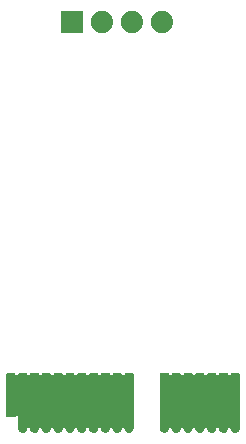
<source format=gbs>
G04 #@! TF.GenerationSoftware,KiCad,Pcbnew,(5.1.0-1558-g0ba0c1724)*
G04 #@! TF.CreationDate,2019-10-01T21:27:49-07:00*
G04 #@! TF.ProjectId,TMC2660_Driver,544d4332-3636-4305-9f44-72697665722e,rev?*
G04 #@! TF.SameCoordinates,Original*
G04 #@! TF.FileFunction,Soldermask,Bot*
G04 #@! TF.FilePolarity,Negative*
%FSLAX46Y46*%
G04 Gerber Fmt 4.6, Leading zero omitted, Abs format (unit mm)*
G04 Created by KiCad (PCBNEW (5.1.0-1558-g0ba0c1724)) date 2019-10-01 21:27:49*
%MOMM*%
%LPD*%
G04 APERTURE LIST*
%ADD10C,0.100000*%
G04 APERTURE END LIST*
D10*
G36*
X117997699Y-108337159D02*
G01*
X118014569Y-108348431D01*
X118025841Y-108365301D01*
X118030203Y-108387231D01*
X118062849Y-108449641D01*
X118124055Y-108484493D01*
X118194386Y-108480722D01*
X118251514Y-108439527D01*
X118275397Y-108387231D01*
X118279759Y-108365301D01*
X118291031Y-108348431D01*
X118307901Y-108337159D01*
X118340112Y-108330752D01*
X118965488Y-108330752D01*
X118997699Y-108337159D01*
X119014569Y-108348431D01*
X119025841Y-108365301D01*
X119030203Y-108387231D01*
X119062849Y-108449641D01*
X119124055Y-108484493D01*
X119194386Y-108480722D01*
X119251514Y-108439527D01*
X119275397Y-108387231D01*
X119279759Y-108365301D01*
X119291031Y-108348431D01*
X119307901Y-108337159D01*
X119340112Y-108330752D01*
X119965488Y-108330752D01*
X119997699Y-108337159D01*
X120014569Y-108348431D01*
X120025841Y-108365301D01*
X120030203Y-108387231D01*
X120062849Y-108449641D01*
X120124055Y-108484493D01*
X120194386Y-108480722D01*
X120251514Y-108439527D01*
X120275397Y-108387231D01*
X120279759Y-108365301D01*
X120291031Y-108348431D01*
X120307901Y-108337159D01*
X120340112Y-108330752D01*
X120965488Y-108330752D01*
X120997699Y-108337159D01*
X121014569Y-108348431D01*
X121025841Y-108365301D01*
X121030203Y-108387231D01*
X121062849Y-108449641D01*
X121124055Y-108484493D01*
X121194386Y-108480722D01*
X121251514Y-108439527D01*
X121275397Y-108387231D01*
X121279759Y-108365301D01*
X121291031Y-108348431D01*
X121307901Y-108337159D01*
X121340112Y-108330752D01*
X121965488Y-108330752D01*
X121997699Y-108337159D01*
X122014569Y-108348431D01*
X122025841Y-108365301D01*
X122030203Y-108387231D01*
X122062849Y-108449641D01*
X122124055Y-108484493D01*
X122194386Y-108480722D01*
X122251514Y-108439527D01*
X122275397Y-108387231D01*
X122279759Y-108365301D01*
X122291031Y-108348431D01*
X122307901Y-108337159D01*
X122340112Y-108330752D01*
X122965488Y-108330752D01*
X122997699Y-108337159D01*
X123014569Y-108348431D01*
X123025841Y-108365301D01*
X123030203Y-108387231D01*
X123062849Y-108449641D01*
X123124055Y-108484493D01*
X123194386Y-108480722D01*
X123251514Y-108439527D01*
X123275397Y-108387231D01*
X123279759Y-108365301D01*
X123291031Y-108348431D01*
X123307901Y-108337159D01*
X123340112Y-108330752D01*
X123965488Y-108330752D01*
X123997699Y-108337159D01*
X124014569Y-108348431D01*
X124025841Y-108365301D01*
X124030203Y-108387231D01*
X124062849Y-108449641D01*
X124124055Y-108484493D01*
X124194386Y-108480722D01*
X124251514Y-108439527D01*
X124275397Y-108387231D01*
X124279759Y-108365301D01*
X124291031Y-108348431D01*
X124307901Y-108337159D01*
X124340112Y-108330752D01*
X124965488Y-108330752D01*
X124997699Y-108337159D01*
X125014569Y-108348431D01*
X125025841Y-108365301D01*
X125030203Y-108387231D01*
X125062849Y-108449641D01*
X125124055Y-108484493D01*
X125194386Y-108480722D01*
X125251514Y-108439527D01*
X125275397Y-108387231D01*
X125279759Y-108365301D01*
X125291031Y-108348431D01*
X125307901Y-108337159D01*
X125340112Y-108330752D01*
X125965488Y-108330752D01*
X125997699Y-108337159D01*
X126014569Y-108348431D01*
X126025841Y-108365301D01*
X126030203Y-108387231D01*
X126062849Y-108449641D01*
X126124055Y-108484493D01*
X126194386Y-108480722D01*
X126251514Y-108439527D01*
X126275397Y-108387231D01*
X126279759Y-108365301D01*
X126291031Y-108348431D01*
X126307901Y-108337159D01*
X126340112Y-108330752D01*
X126965488Y-108330752D01*
X126997699Y-108337159D01*
X127014569Y-108348431D01*
X127025841Y-108365301D01*
X127030203Y-108387231D01*
X127062849Y-108449641D01*
X127124055Y-108484493D01*
X127194386Y-108480722D01*
X127251514Y-108439527D01*
X127275397Y-108387231D01*
X127279759Y-108365301D01*
X127291031Y-108348431D01*
X127307901Y-108337159D01*
X127340112Y-108330752D01*
X127965488Y-108330752D01*
X127997699Y-108337159D01*
X128014569Y-108348431D01*
X128025841Y-108365301D01*
X128032248Y-108397512D01*
X128032248Y-112952972D01*
X128032824Y-112955291D01*
X128032248Y-112961942D01*
X128032248Y-112972889D01*
X128031143Y-112978443D01*
X128028948Y-113000039D01*
X128028740Y-113002449D01*
X128028502Y-113041352D01*
X128024094Y-113056093D01*
X128022023Y-113080000D01*
X128006325Y-113115508D01*
X127997643Y-113144540D01*
X127984582Y-113164691D01*
X127971409Y-113194487D01*
X127950859Y-113216718D01*
X127939062Y-113234918D01*
X127914358Y-113256204D01*
X127886440Y-113286406D01*
X127867359Y-113296702D01*
X127857466Y-113305226D01*
X127819935Y-113322290D01*
X127776277Y-113345847D01*
X127763417Y-113347988D01*
X127759415Y-113349807D01*
X127709755Y-113356919D01*
X127684036Y-113361200D01*
X127627622Y-113361200D01*
X127541382Y-113348312D01*
X127491931Y-113325095D01*
X127469156Y-113319247D01*
X127453958Y-113307266D01*
X127444239Y-113302703D01*
X127411565Y-113273846D01*
X127370853Y-113241752D01*
X127365052Y-113232768D01*
X127363509Y-113231405D01*
X127335123Y-113186415D01*
X127302953Y-113136592D01*
X127289536Y-113082580D01*
X127273420Y-113026190D01*
X127235770Y-112966665D01*
X127171915Y-112936944D01*
X127102129Y-112946464D01*
X127048568Y-112992202D01*
X127033475Y-113024724D01*
X127024093Y-113056094D01*
X127022023Y-113080000D01*
X127006326Y-113115507D01*
X126997643Y-113144540D01*
X126984582Y-113164691D01*
X126971409Y-113194487D01*
X126950859Y-113216718D01*
X126939062Y-113234918D01*
X126914358Y-113256204D01*
X126886440Y-113286406D01*
X126867359Y-113296702D01*
X126857466Y-113305226D01*
X126819935Y-113322290D01*
X126776277Y-113345847D01*
X126763417Y-113347988D01*
X126759415Y-113349807D01*
X126709755Y-113356919D01*
X126684036Y-113361200D01*
X126627622Y-113361200D01*
X126541382Y-113348312D01*
X126491931Y-113325095D01*
X126469156Y-113319247D01*
X126453958Y-113307266D01*
X126444239Y-113302703D01*
X126411565Y-113273846D01*
X126370853Y-113241752D01*
X126365052Y-113232768D01*
X126363509Y-113231405D01*
X126335123Y-113186415D01*
X126302953Y-113136592D01*
X126289536Y-113082580D01*
X126273420Y-113026190D01*
X126235770Y-112966665D01*
X126171915Y-112936944D01*
X126102129Y-112946464D01*
X126048568Y-112992202D01*
X126033475Y-113024724D01*
X126024093Y-113056094D01*
X126022023Y-113080000D01*
X126006326Y-113115507D01*
X125997643Y-113144540D01*
X125984582Y-113164691D01*
X125971409Y-113194487D01*
X125950859Y-113216718D01*
X125939062Y-113234918D01*
X125914358Y-113256204D01*
X125886440Y-113286406D01*
X125867359Y-113296702D01*
X125857466Y-113305226D01*
X125819935Y-113322290D01*
X125776277Y-113345847D01*
X125763417Y-113347988D01*
X125759415Y-113349807D01*
X125709755Y-113356919D01*
X125684036Y-113361200D01*
X125627622Y-113361200D01*
X125541382Y-113348312D01*
X125491931Y-113325095D01*
X125469156Y-113319247D01*
X125453958Y-113307266D01*
X125444239Y-113302703D01*
X125411565Y-113273846D01*
X125370853Y-113241752D01*
X125365052Y-113232768D01*
X125363509Y-113231405D01*
X125335123Y-113186415D01*
X125302953Y-113136592D01*
X125289536Y-113082580D01*
X125273420Y-113026190D01*
X125235770Y-112966665D01*
X125171915Y-112936944D01*
X125102129Y-112946464D01*
X125048568Y-112992202D01*
X125033475Y-113024724D01*
X125024093Y-113056094D01*
X125022023Y-113080000D01*
X125006326Y-113115507D01*
X124997643Y-113144540D01*
X124984582Y-113164691D01*
X124971409Y-113194487D01*
X124950859Y-113216718D01*
X124939062Y-113234918D01*
X124914358Y-113256204D01*
X124886440Y-113286406D01*
X124867359Y-113296702D01*
X124857466Y-113305226D01*
X124819935Y-113322290D01*
X124776277Y-113345847D01*
X124763417Y-113347988D01*
X124759415Y-113349807D01*
X124709755Y-113356919D01*
X124684036Y-113361200D01*
X124627622Y-113361200D01*
X124541382Y-113348312D01*
X124491931Y-113325095D01*
X124469156Y-113319247D01*
X124453958Y-113307266D01*
X124444239Y-113302703D01*
X124411565Y-113273846D01*
X124370853Y-113241752D01*
X124365052Y-113232768D01*
X124363509Y-113231405D01*
X124335123Y-113186415D01*
X124302953Y-113136592D01*
X124289536Y-113082580D01*
X124273420Y-113026190D01*
X124235770Y-112966665D01*
X124171915Y-112936944D01*
X124102129Y-112946464D01*
X124048568Y-112992202D01*
X124033475Y-113024724D01*
X124024093Y-113056094D01*
X124022023Y-113080000D01*
X124006326Y-113115507D01*
X123997643Y-113144540D01*
X123984582Y-113164691D01*
X123971409Y-113194487D01*
X123950859Y-113216718D01*
X123939062Y-113234918D01*
X123914358Y-113256204D01*
X123886440Y-113286406D01*
X123867359Y-113296702D01*
X123857466Y-113305226D01*
X123819935Y-113322290D01*
X123776277Y-113345847D01*
X123763417Y-113347988D01*
X123759415Y-113349807D01*
X123709755Y-113356919D01*
X123684036Y-113361200D01*
X123627622Y-113361200D01*
X123541382Y-113348312D01*
X123491931Y-113325095D01*
X123469156Y-113319247D01*
X123453958Y-113307266D01*
X123444239Y-113302703D01*
X123411565Y-113273846D01*
X123370853Y-113241752D01*
X123365052Y-113232768D01*
X123363509Y-113231405D01*
X123335123Y-113186415D01*
X123302953Y-113136592D01*
X123289536Y-113082580D01*
X123273420Y-113026190D01*
X123235770Y-112966665D01*
X123171915Y-112936944D01*
X123102129Y-112946464D01*
X123048568Y-112992202D01*
X123033475Y-113024724D01*
X123024093Y-113056094D01*
X123022023Y-113080000D01*
X123006326Y-113115507D01*
X122997643Y-113144540D01*
X122984582Y-113164691D01*
X122971409Y-113194487D01*
X122950859Y-113216718D01*
X122939062Y-113234918D01*
X122914358Y-113256204D01*
X122886440Y-113286406D01*
X122867359Y-113296702D01*
X122857466Y-113305226D01*
X122819935Y-113322290D01*
X122776277Y-113345847D01*
X122763417Y-113347988D01*
X122759415Y-113349807D01*
X122709755Y-113356919D01*
X122684036Y-113361200D01*
X122627622Y-113361200D01*
X122541382Y-113348312D01*
X122491931Y-113325095D01*
X122469156Y-113319247D01*
X122453958Y-113307266D01*
X122444239Y-113302703D01*
X122411565Y-113273846D01*
X122370853Y-113241752D01*
X122365052Y-113232768D01*
X122363509Y-113231405D01*
X122335123Y-113186415D01*
X122302953Y-113136592D01*
X122289536Y-113082580D01*
X122273420Y-113026190D01*
X122235770Y-112966665D01*
X122171915Y-112936944D01*
X122102129Y-112946464D01*
X122048568Y-112992202D01*
X122033475Y-113024724D01*
X122024093Y-113056094D01*
X122022023Y-113080000D01*
X122006326Y-113115507D01*
X121997643Y-113144540D01*
X121984582Y-113164691D01*
X121971409Y-113194487D01*
X121950859Y-113216718D01*
X121939062Y-113234918D01*
X121914358Y-113256204D01*
X121886440Y-113286406D01*
X121867359Y-113296702D01*
X121857466Y-113305226D01*
X121819935Y-113322290D01*
X121776277Y-113345847D01*
X121763417Y-113347988D01*
X121759415Y-113349807D01*
X121709755Y-113356919D01*
X121684036Y-113361200D01*
X121627622Y-113361200D01*
X121541382Y-113348312D01*
X121491931Y-113325095D01*
X121469156Y-113319247D01*
X121453958Y-113307266D01*
X121444239Y-113302703D01*
X121411565Y-113273846D01*
X121370853Y-113241752D01*
X121365052Y-113232768D01*
X121363509Y-113231405D01*
X121335123Y-113186415D01*
X121302953Y-113136592D01*
X121289536Y-113082580D01*
X121273420Y-113026190D01*
X121235770Y-112966665D01*
X121171915Y-112936944D01*
X121102129Y-112946464D01*
X121048568Y-112992202D01*
X121033475Y-113024724D01*
X121024093Y-113056094D01*
X121022023Y-113080000D01*
X121006326Y-113115507D01*
X120997643Y-113144540D01*
X120984582Y-113164691D01*
X120971409Y-113194487D01*
X120950859Y-113216718D01*
X120939062Y-113234918D01*
X120914358Y-113256204D01*
X120886440Y-113286406D01*
X120867359Y-113296702D01*
X120857466Y-113305226D01*
X120819935Y-113322290D01*
X120776277Y-113345847D01*
X120763417Y-113347988D01*
X120759415Y-113349807D01*
X120709755Y-113356919D01*
X120684036Y-113361200D01*
X120627622Y-113361200D01*
X120541382Y-113348312D01*
X120491931Y-113325095D01*
X120469156Y-113319247D01*
X120453958Y-113307266D01*
X120444239Y-113302703D01*
X120411565Y-113273846D01*
X120370853Y-113241752D01*
X120365052Y-113232768D01*
X120363509Y-113231405D01*
X120335123Y-113186415D01*
X120302953Y-113136592D01*
X120289536Y-113082580D01*
X120273420Y-113026190D01*
X120235770Y-112966665D01*
X120171915Y-112936944D01*
X120102129Y-112946464D01*
X120048568Y-112992202D01*
X120033475Y-113024724D01*
X120024093Y-113056094D01*
X120022023Y-113080000D01*
X120006326Y-113115507D01*
X119997643Y-113144540D01*
X119984582Y-113164691D01*
X119971409Y-113194487D01*
X119950859Y-113216718D01*
X119939062Y-113234918D01*
X119914358Y-113256204D01*
X119886440Y-113286406D01*
X119867359Y-113296702D01*
X119857466Y-113305226D01*
X119819935Y-113322290D01*
X119776277Y-113345847D01*
X119763417Y-113347988D01*
X119759415Y-113349807D01*
X119709755Y-113356919D01*
X119684036Y-113361200D01*
X119627622Y-113361200D01*
X119541382Y-113348312D01*
X119491931Y-113325095D01*
X119469156Y-113319247D01*
X119453958Y-113307266D01*
X119444239Y-113302703D01*
X119411565Y-113273846D01*
X119370853Y-113241752D01*
X119365052Y-113232768D01*
X119363509Y-113231405D01*
X119335123Y-113186415D01*
X119302953Y-113136592D01*
X119289536Y-113082580D01*
X119273420Y-113026190D01*
X119235770Y-112966665D01*
X119171915Y-112936944D01*
X119102129Y-112946464D01*
X119048568Y-112992202D01*
X119033475Y-113024724D01*
X119024093Y-113056094D01*
X119022023Y-113080000D01*
X119006326Y-113115507D01*
X118997643Y-113144540D01*
X118984582Y-113164691D01*
X118971409Y-113194487D01*
X118950859Y-113216718D01*
X118939062Y-113234918D01*
X118914358Y-113256204D01*
X118886440Y-113286406D01*
X118867359Y-113296702D01*
X118857466Y-113305226D01*
X118819935Y-113322290D01*
X118776277Y-113345847D01*
X118763417Y-113347988D01*
X118759415Y-113349807D01*
X118709755Y-113356919D01*
X118684036Y-113361200D01*
X118627622Y-113361200D01*
X118541382Y-113348312D01*
X118491931Y-113325095D01*
X118469156Y-113319247D01*
X118453958Y-113307266D01*
X118444239Y-113302703D01*
X118411565Y-113273846D01*
X118370853Y-113241752D01*
X118365052Y-113232768D01*
X118363509Y-113231405D01*
X118335131Y-113186428D01*
X118302953Y-113136592D01*
X118289535Y-113082574D01*
X118276439Y-113036754D01*
X118276480Y-113030021D01*
X118272776Y-113015109D01*
X118275189Y-112987250D01*
X118274249Y-112977398D01*
X118273352Y-112972888D01*
X118273352Y-112029912D01*
X118253509Y-111962332D01*
X118200279Y-111916209D01*
X118130564Y-111906185D01*
X118066496Y-111935444D01*
X118027093Y-112003225D01*
X118025841Y-112005099D01*
X118014569Y-112021969D01*
X117997699Y-112033241D01*
X117977800Y-112037199D01*
X117965488Y-112039648D01*
X117340112Y-112039648D01*
X117307901Y-112033241D01*
X117291031Y-112021969D01*
X117279759Y-112005099D01*
X117273352Y-111972888D01*
X117273352Y-108397512D01*
X117279759Y-108365301D01*
X117291031Y-108348431D01*
X117307901Y-108337159D01*
X117340112Y-108330752D01*
X117965488Y-108330752D01*
X117997699Y-108337159D01*
X117997699Y-108337159D01*
G37*
G36*
X130997699Y-108337159D02*
G01*
X131014569Y-108348431D01*
X131025841Y-108365301D01*
X131030203Y-108387231D01*
X131062849Y-108449641D01*
X131124055Y-108484493D01*
X131194386Y-108480722D01*
X131251514Y-108439527D01*
X131275397Y-108387231D01*
X131279759Y-108365301D01*
X131291031Y-108348431D01*
X131307901Y-108337159D01*
X131340112Y-108330752D01*
X131965488Y-108330752D01*
X131997699Y-108337159D01*
X132014569Y-108348431D01*
X132025841Y-108365301D01*
X132030203Y-108387231D01*
X132062849Y-108449641D01*
X132124055Y-108484493D01*
X132194386Y-108480722D01*
X132251514Y-108439527D01*
X132275397Y-108387231D01*
X132279759Y-108365301D01*
X132291031Y-108348431D01*
X132307901Y-108337159D01*
X132340112Y-108330752D01*
X132965488Y-108330752D01*
X132997699Y-108337159D01*
X133014569Y-108348431D01*
X133025841Y-108365301D01*
X133030203Y-108387231D01*
X133062849Y-108449641D01*
X133124055Y-108484493D01*
X133194386Y-108480722D01*
X133251514Y-108439527D01*
X133275397Y-108387231D01*
X133279759Y-108365301D01*
X133291031Y-108348431D01*
X133307901Y-108337159D01*
X133340112Y-108330752D01*
X133965488Y-108330752D01*
X133997699Y-108337159D01*
X134014569Y-108348431D01*
X134025841Y-108365301D01*
X134030203Y-108387231D01*
X134062849Y-108449641D01*
X134124055Y-108484493D01*
X134194386Y-108480722D01*
X134251514Y-108439527D01*
X134275397Y-108387231D01*
X134279759Y-108365301D01*
X134291031Y-108348431D01*
X134307901Y-108337159D01*
X134340112Y-108330752D01*
X134965488Y-108330752D01*
X134997699Y-108337159D01*
X135014569Y-108348431D01*
X135025841Y-108365301D01*
X135030203Y-108387231D01*
X135062849Y-108449641D01*
X135124055Y-108484493D01*
X135194386Y-108480722D01*
X135251514Y-108439527D01*
X135275397Y-108387231D01*
X135279759Y-108365301D01*
X135291031Y-108348431D01*
X135307901Y-108337159D01*
X135340112Y-108330752D01*
X135965488Y-108330752D01*
X135997699Y-108337159D01*
X136014569Y-108348431D01*
X136025841Y-108365301D01*
X136030203Y-108387231D01*
X136062849Y-108449641D01*
X136124055Y-108484493D01*
X136194386Y-108480722D01*
X136251514Y-108439527D01*
X136275397Y-108387231D01*
X136279759Y-108365301D01*
X136291031Y-108348431D01*
X136307901Y-108337159D01*
X136340112Y-108330752D01*
X136965488Y-108330752D01*
X136997699Y-108337159D01*
X137014569Y-108348431D01*
X137025841Y-108365301D01*
X137032248Y-108397512D01*
X137032248Y-112952972D01*
X137032824Y-112955291D01*
X137032248Y-112961942D01*
X137032248Y-112972889D01*
X137031143Y-112978443D01*
X137028948Y-113000039D01*
X137028740Y-113002449D01*
X137028502Y-113041352D01*
X137024094Y-113056093D01*
X137022023Y-113080000D01*
X137006325Y-113115508D01*
X136997643Y-113144540D01*
X136984582Y-113164691D01*
X136971409Y-113194487D01*
X136950859Y-113216718D01*
X136939062Y-113234918D01*
X136914358Y-113256204D01*
X136886440Y-113286406D01*
X136867359Y-113296702D01*
X136857466Y-113305226D01*
X136819935Y-113322290D01*
X136776277Y-113345847D01*
X136763417Y-113347988D01*
X136759415Y-113349807D01*
X136709755Y-113356919D01*
X136684036Y-113361200D01*
X136627622Y-113361200D01*
X136541382Y-113348312D01*
X136491931Y-113325095D01*
X136469156Y-113319247D01*
X136453958Y-113307266D01*
X136444239Y-113302703D01*
X136411565Y-113273846D01*
X136370853Y-113241752D01*
X136365052Y-113232768D01*
X136363509Y-113231405D01*
X136335123Y-113186415D01*
X136302953Y-113136592D01*
X136289536Y-113082580D01*
X136273420Y-113026190D01*
X136235770Y-112966665D01*
X136171915Y-112936944D01*
X136102129Y-112946464D01*
X136048568Y-112992202D01*
X136033475Y-113024724D01*
X136024093Y-113056094D01*
X136022023Y-113080000D01*
X136006326Y-113115507D01*
X135997643Y-113144540D01*
X135984582Y-113164691D01*
X135971409Y-113194487D01*
X135950859Y-113216718D01*
X135939062Y-113234918D01*
X135914358Y-113256204D01*
X135886440Y-113286406D01*
X135867359Y-113296702D01*
X135857466Y-113305226D01*
X135819935Y-113322290D01*
X135776277Y-113345847D01*
X135763417Y-113347988D01*
X135759415Y-113349807D01*
X135709755Y-113356919D01*
X135684036Y-113361200D01*
X135627622Y-113361200D01*
X135541382Y-113348312D01*
X135491931Y-113325095D01*
X135469156Y-113319247D01*
X135453958Y-113307266D01*
X135444239Y-113302703D01*
X135411565Y-113273846D01*
X135370853Y-113241752D01*
X135365052Y-113232768D01*
X135363509Y-113231405D01*
X135335123Y-113186415D01*
X135302953Y-113136592D01*
X135289536Y-113082580D01*
X135273420Y-113026190D01*
X135235770Y-112966665D01*
X135171915Y-112936944D01*
X135102129Y-112946464D01*
X135048568Y-112992202D01*
X135033475Y-113024724D01*
X135024093Y-113056094D01*
X135022023Y-113080000D01*
X135006326Y-113115507D01*
X134997643Y-113144540D01*
X134984582Y-113164691D01*
X134971409Y-113194487D01*
X134950859Y-113216718D01*
X134939062Y-113234918D01*
X134914358Y-113256204D01*
X134886440Y-113286406D01*
X134867359Y-113296702D01*
X134857466Y-113305226D01*
X134819935Y-113322290D01*
X134776277Y-113345847D01*
X134763417Y-113347988D01*
X134759415Y-113349807D01*
X134709755Y-113356919D01*
X134684036Y-113361200D01*
X134627622Y-113361200D01*
X134541382Y-113348312D01*
X134491931Y-113325095D01*
X134469156Y-113319247D01*
X134453958Y-113307266D01*
X134444239Y-113302703D01*
X134411565Y-113273846D01*
X134370853Y-113241752D01*
X134365052Y-113232768D01*
X134363509Y-113231405D01*
X134335123Y-113186415D01*
X134302953Y-113136592D01*
X134289536Y-113082580D01*
X134273420Y-113026190D01*
X134235770Y-112966665D01*
X134171915Y-112936944D01*
X134102129Y-112946464D01*
X134048568Y-112992202D01*
X134033475Y-113024724D01*
X134024093Y-113056094D01*
X134022023Y-113080000D01*
X134006326Y-113115507D01*
X133997643Y-113144540D01*
X133984582Y-113164691D01*
X133971409Y-113194487D01*
X133950859Y-113216718D01*
X133939062Y-113234918D01*
X133914358Y-113256204D01*
X133886440Y-113286406D01*
X133867359Y-113296702D01*
X133857466Y-113305226D01*
X133819935Y-113322290D01*
X133776277Y-113345847D01*
X133763417Y-113347988D01*
X133759415Y-113349807D01*
X133709755Y-113356919D01*
X133684036Y-113361200D01*
X133627622Y-113361200D01*
X133541382Y-113348312D01*
X133491931Y-113325095D01*
X133469156Y-113319247D01*
X133453958Y-113307266D01*
X133444239Y-113302703D01*
X133411565Y-113273846D01*
X133370853Y-113241752D01*
X133365052Y-113232768D01*
X133363509Y-113231405D01*
X133335123Y-113186415D01*
X133302953Y-113136592D01*
X133289536Y-113082580D01*
X133273420Y-113026190D01*
X133235770Y-112966665D01*
X133171915Y-112936944D01*
X133102129Y-112946464D01*
X133048568Y-112992202D01*
X133033475Y-113024724D01*
X133024093Y-113056094D01*
X133022023Y-113080000D01*
X133006326Y-113115507D01*
X132997643Y-113144540D01*
X132984582Y-113164691D01*
X132971409Y-113194487D01*
X132950859Y-113216718D01*
X132939062Y-113234918D01*
X132914358Y-113256204D01*
X132886440Y-113286406D01*
X132867359Y-113296702D01*
X132857466Y-113305226D01*
X132819935Y-113322290D01*
X132776277Y-113345847D01*
X132763417Y-113347988D01*
X132759415Y-113349807D01*
X132709755Y-113356919D01*
X132684036Y-113361200D01*
X132627622Y-113361200D01*
X132541382Y-113348312D01*
X132491931Y-113325095D01*
X132469156Y-113319247D01*
X132453958Y-113307266D01*
X132444239Y-113302703D01*
X132411565Y-113273846D01*
X132370853Y-113241752D01*
X132365052Y-113232768D01*
X132363509Y-113231405D01*
X132335123Y-113186415D01*
X132302953Y-113136592D01*
X132289536Y-113082580D01*
X132273420Y-113026190D01*
X132235770Y-112966665D01*
X132171915Y-112936944D01*
X132102129Y-112946464D01*
X132048568Y-112992202D01*
X132033475Y-113024724D01*
X132024093Y-113056094D01*
X132022023Y-113080000D01*
X132006326Y-113115507D01*
X131997643Y-113144540D01*
X131984582Y-113164691D01*
X131971409Y-113194487D01*
X131950859Y-113216718D01*
X131939062Y-113234918D01*
X131914358Y-113256204D01*
X131886440Y-113286406D01*
X131867359Y-113296702D01*
X131857466Y-113305226D01*
X131819935Y-113322290D01*
X131776277Y-113345847D01*
X131763417Y-113347988D01*
X131759415Y-113349807D01*
X131709755Y-113356919D01*
X131684036Y-113361200D01*
X131627622Y-113361200D01*
X131541382Y-113348312D01*
X131491931Y-113325095D01*
X131469156Y-113319247D01*
X131453958Y-113307266D01*
X131444239Y-113302703D01*
X131411565Y-113273846D01*
X131370853Y-113241752D01*
X131365052Y-113232768D01*
X131363509Y-113231405D01*
X131335123Y-113186415D01*
X131302953Y-113136592D01*
X131289536Y-113082580D01*
X131273420Y-113026190D01*
X131235770Y-112966665D01*
X131171915Y-112936944D01*
X131102129Y-112946464D01*
X131048568Y-112992202D01*
X131033475Y-113024724D01*
X131024093Y-113056094D01*
X131022023Y-113080000D01*
X131006326Y-113115507D01*
X130997643Y-113144540D01*
X130984582Y-113164691D01*
X130971409Y-113194487D01*
X130950859Y-113216718D01*
X130939062Y-113234918D01*
X130914358Y-113256204D01*
X130886440Y-113286406D01*
X130867359Y-113296702D01*
X130857466Y-113305226D01*
X130819935Y-113322290D01*
X130776277Y-113345847D01*
X130763417Y-113347988D01*
X130759415Y-113349807D01*
X130709755Y-113356919D01*
X130684036Y-113361200D01*
X130627622Y-113361200D01*
X130541382Y-113348312D01*
X130491931Y-113325095D01*
X130469156Y-113319247D01*
X130453958Y-113307266D01*
X130444239Y-113302703D01*
X130411565Y-113273846D01*
X130370853Y-113241752D01*
X130365052Y-113232768D01*
X130363509Y-113231405D01*
X130335131Y-113186428D01*
X130302953Y-113136592D01*
X130289535Y-113082574D01*
X130276439Y-113036754D01*
X130276480Y-113030021D01*
X130272776Y-113015109D01*
X130275189Y-112987250D01*
X130274249Y-112977398D01*
X130273352Y-112972888D01*
X130273352Y-108397512D01*
X130279759Y-108365301D01*
X130291031Y-108348431D01*
X130307901Y-108337159D01*
X130340112Y-108330752D01*
X130965488Y-108330752D01*
X130997699Y-108337159D01*
X130997699Y-108337159D01*
G37*
G36*
X130481058Y-77622494D02*
G01*
X130527732Y-77622820D01*
X130573452Y-77632205D01*
X130625513Y-77637677D01*
X130669101Y-77651840D01*
X130708313Y-77659889D01*
X130757472Y-77680553D01*
X130813438Y-77698738D01*
X130847461Y-77718381D01*
X130878251Y-77731324D01*
X130928002Y-77764881D01*
X130984561Y-77797536D01*
X131008888Y-77819441D01*
X131031083Y-77834411D01*
X131078113Y-77881771D01*
X131131403Y-77929753D01*
X131146782Y-77950921D01*
X131160976Y-77965214D01*
X131201705Y-78026516D01*
X131247547Y-78089612D01*
X131255512Y-78107501D01*
X131262993Y-78118761D01*
X131293752Y-78193389D01*
X131327917Y-78270124D01*
X131330619Y-78282837D01*
X131333239Y-78289193D01*
X131350517Y-78376451D01*
X131368999Y-78463402D01*
X131368999Y-78660998D01*
X131365998Y-78675115D01*
X131365910Y-78681444D01*
X131346404Y-78767301D01*
X131327917Y-78854276D01*
X131325317Y-78860116D01*
X131325264Y-78860349D01*
X131250285Y-79028754D01*
X131250145Y-79028952D01*
X131247547Y-79034788D01*
X131195309Y-79106687D01*
X131144024Y-79179389D01*
X131139041Y-79184134D01*
X131131403Y-79194647D01*
X131068958Y-79250873D01*
X131010523Y-79306519D01*
X130999118Y-79313757D01*
X130984561Y-79326864D01*
X130917008Y-79365866D01*
X130854881Y-79405293D01*
X130836102Y-79412577D01*
X130813438Y-79425662D01*
X130745227Y-79447825D01*
X130683007Y-79471959D01*
X130656647Y-79476607D01*
X130625513Y-79486723D01*
X130560556Y-79493550D01*
X130501467Y-79503969D01*
X130468079Y-79503270D01*
X130429000Y-79507377D01*
X130370472Y-79501226D01*
X130317159Y-79500109D01*
X130278064Y-79491513D01*
X130232487Y-79486723D01*
X130182696Y-79470545D01*
X130137115Y-79460523D01*
X130094348Y-79441839D01*
X130044562Y-79425662D01*
X130004876Y-79402749D01*
X129968191Y-79386722D01*
X129924397Y-79356285D01*
X129873439Y-79326864D01*
X129844247Y-79300580D01*
X129816818Y-79281516D01*
X129775128Y-79238345D01*
X129726597Y-79194647D01*
X129707356Y-79168164D01*
X129688759Y-79148906D01*
X129652602Y-79092801D01*
X129610453Y-79034788D01*
X129599811Y-79010885D01*
X129588898Y-78993952D01*
X129561808Y-78925530D01*
X129530083Y-78854276D01*
X129526011Y-78835118D01*
X129521036Y-78822553D01*
X129506463Y-78743153D01*
X129489001Y-78660998D01*
X129489001Y-78648008D01*
X129487759Y-78641241D01*
X129489001Y-78552297D01*
X129489001Y-78463402D01*
X129490330Y-78457151D01*
X129490333Y-78456908D01*
X129528659Y-78276599D01*
X129528754Y-78276378D01*
X129530083Y-78270124D01*
X129566249Y-78188895D01*
X129601283Y-78107154D01*
X129605171Y-78101476D01*
X129610453Y-78089612D01*
X129659810Y-78021678D01*
X129705429Y-77955053D01*
X129715087Y-77945595D01*
X129726597Y-77929753D01*
X129784558Y-77877564D01*
X129837137Y-77826076D01*
X129853991Y-77815047D01*
X129873439Y-77797536D01*
X129935549Y-77761677D01*
X129991395Y-77725132D01*
X130016216Y-77715104D01*
X130044562Y-77698738D01*
X130106671Y-77678557D01*
X130162312Y-77656077D01*
X130195119Y-77649819D01*
X130232487Y-77637677D01*
X130291016Y-77631525D01*
X130343393Y-77621534D01*
X130383423Y-77621813D01*
X130429000Y-77617023D01*
X130481058Y-77622494D01*
X130481058Y-77622494D01*
G37*
G36*
X125401058Y-77622494D02*
G01*
X125447732Y-77622820D01*
X125493452Y-77632205D01*
X125545513Y-77637677D01*
X125589101Y-77651840D01*
X125628313Y-77659889D01*
X125677472Y-77680553D01*
X125733438Y-77698738D01*
X125767461Y-77718381D01*
X125798251Y-77731324D01*
X125848002Y-77764881D01*
X125904561Y-77797536D01*
X125928888Y-77819441D01*
X125951083Y-77834411D01*
X125998113Y-77881771D01*
X126051403Y-77929753D01*
X126066782Y-77950921D01*
X126080976Y-77965214D01*
X126121705Y-78026516D01*
X126167547Y-78089612D01*
X126175512Y-78107501D01*
X126182993Y-78118761D01*
X126213752Y-78193389D01*
X126247917Y-78270124D01*
X126250619Y-78282837D01*
X126253239Y-78289193D01*
X126270517Y-78376451D01*
X126288999Y-78463402D01*
X126288999Y-78660998D01*
X126285998Y-78675115D01*
X126285910Y-78681444D01*
X126266404Y-78767301D01*
X126247917Y-78854276D01*
X126245317Y-78860116D01*
X126245264Y-78860349D01*
X126170285Y-79028754D01*
X126170145Y-79028952D01*
X126167547Y-79034788D01*
X126115309Y-79106687D01*
X126064024Y-79179389D01*
X126059041Y-79184134D01*
X126051403Y-79194647D01*
X125988958Y-79250873D01*
X125930523Y-79306519D01*
X125919118Y-79313757D01*
X125904561Y-79326864D01*
X125837008Y-79365866D01*
X125774881Y-79405293D01*
X125756102Y-79412577D01*
X125733438Y-79425662D01*
X125665227Y-79447825D01*
X125603007Y-79471959D01*
X125576647Y-79476607D01*
X125545513Y-79486723D01*
X125480556Y-79493550D01*
X125421467Y-79503969D01*
X125388079Y-79503270D01*
X125349000Y-79507377D01*
X125290472Y-79501226D01*
X125237159Y-79500109D01*
X125198064Y-79491513D01*
X125152487Y-79486723D01*
X125102696Y-79470545D01*
X125057115Y-79460523D01*
X125014348Y-79441839D01*
X124964562Y-79425662D01*
X124924876Y-79402749D01*
X124888191Y-79386722D01*
X124844397Y-79356285D01*
X124793439Y-79326864D01*
X124764247Y-79300580D01*
X124736818Y-79281516D01*
X124695128Y-79238345D01*
X124646597Y-79194647D01*
X124627356Y-79168164D01*
X124608759Y-79148906D01*
X124572602Y-79092801D01*
X124530453Y-79034788D01*
X124519811Y-79010885D01*
X124508898Y-78993952D01*
X124481808Y-78925530D01*
X124450083Y-78854276D01*
X124446011Y-78835118D01*
X124441036Y-78822553D01*
X124426463Y-78743153D01*
X124409001Y-78660998D01*
X124409001Y-78648008D01*
X124407759Y-78641241D01*
X124409001Y-78552297D01*
X124409001Y-78463402D01*
X124410330Y-78457151D01*
X124410333Y-78456908D01*
X124448659Y-78276599D01*
X124448754Y-78276378D01*
X124450083Y-78270124D01*
X124486249Y-78188895D01*
X124521283Y-78107154D01*
X124525171Y-78101476D01*
X124530453Y-78089612D01*
X124579810Y-78021678D01*
X124625429Y-77955053D01*
X124635087Y-77945595D01*
X124646597Y-77929753D01*
X124704558Y-77877564D01*
X124757137Y-77826076D01*
X124773991Y-77815047D01*
X124793439Y-77797536D01*
X124855549Y-77761677D01*
X124911395Y-77725132D01*
X124936216Y-77715104D01*
X124964562Y-77698738D01*
X125026671Y-77678557D01*
X125082312Y-77656077D01*
X125115119Y-77649819D01*
X125152487Y-77637677D01*
X125211016Y-77631525D01*
X125263393Y-77621534D01*
X125303423Y-77621813D01*
X125349000Y-77617023D01*
X125401058Y-77622494D01*
X125401058Y-77622494D01*
G37*
G36*
X127941058Y-77622494D02*
G01*
X127987732Y-77622820D01*
X128033452Y-77632205D01*
X128085513Y-77637677D01*
X128129101Y-77651840D01*
X128168313Y-77659889D01*
X128217472Y-77680553D01*
X128273438Y-77698738D01*
X128307461Y-77718381D01*
X128338251Y-77731324D01*
X128388002Y-77764881D01*
X128444561Y-77797536D01*
X128468888Y-77819441D01*
X128491083Y-77834411D01*
X128538113Y-77881771D01*
X128591403Y-77929753D01*
X128606782Y-77950921D01*
X128620976Y-77965214D01*
X128661705Y-78026516D01*
X128707547Y-78089612D01*
X128715512Y-78107501D01*
X128722993Y-78118761D01*
X128753752Y-78193389D01*
X128787917Y-78270124D01*
X128790619Y-78282837D01*
X128793239Y-78289193D01*
X128810517Y-78376451D01*
X128828999Y-78463402D01*
X128828999Y-78660998D01*
X128825998Y-78675115D01*
X128825910Y-78681444D01*
X128806404Y-78767301D01*
X128787917Y-78854276D01*
X128785317Y-78860116D01*
X128785264Y-78860349D01*
X128710285Y-79028754D01*
X128710145Y-79028952D01*
X128707547Y-79034788D01*
X128655309Y-79106687D01*
X128604024Y-79179389D01*
X128599041Y-79184134D01*
X128591403Y-79194647D01*
X128528958Y-79250873D01*
X128470523Y-79306519D01*
X128459118Y-79313757D01*
X128444561Y-79326864D01*
X128377008Y-79365866D01*
X128314881Y-79405293D01*
X128296102Y-79412577D01*
X128273438Y-79425662D01*
X128205227Y-79447825D01*
X128143007Y-79471959D01*
X128116647Y-79476607D01*
X128085513Y-79486723D01*
X128020556Y-79493550D01*
X127961467Y-79503969D01*
X127928079Y-79503270D01*
X127889000Y-79507377D01*
X127830472Y-79501226D01*
X127777159Y-79500109D01*
X127738064Y-79491513D01*
X127692487Y-79486723D01*
X127642696Y-79470545D01*
X127597115Y-79460523D01*
X127554348Y-79441839D01*
X127504562Y-79425662D01*
X127464876Y-79402749D01*
X127428191Y-79386722D01*
X127384397Y-79356285D01*
X127333439Y-79326864D01*
X127304247Y-79300580D01*
X127276818Y-79281516D01*
X127235128Y-79238345D01*
X127186597Y-79194647D01*
X127167356Y-79168164D01*
X127148759Y-79148906D01*
X127112602Y-79092801D01*
X127070453Y-79034788D01*
X127059811Y-79010885D01*
X127048898Y-78993952D01*
X127021808Y-78925530D01*
X126990083Y-78854276D01*
X126986011Y-78835118D01*
X126981036Y-78822553D01*
X126966463Y-78743153D01*
X126949001Y-78660998D01*
X126949001Y-78648008D01*
X126947759Y-78641241D01*
X126949001Y-78552297D01*
X126949001Y-78463402D01*
X126950330Y-78457151D01*
X126950333Y-78456908D01*
X126988659Y-78276599D01*
X126988754Y-78276378D01*
X126990083Y-78270124D01*
X127026249Y-78188895D01*
X127061283Y-78107154D01*
X127065171Y-78101476D01*
X127070453Y-78089612D01*
X127119810Y-78021678D01*
X127165429Y-77955053D01*
X127175087Y-77945595D01*
X127186597Y-77929753D01*
X127244558Y-77877564D01*
X127297137Y-77826076D01*
X127313991Y-77815047D01*
X127333439Y-77797536D01*
X127395549Y-77761677D01*
X127451395Y-77725132D01*
X127476216Y-77715104D01*
X127504562Y-77698738D01*
X127566671Y-77678557D01*
X127622312Y-77656077D01*
X127655119Y-77649819D01*
X127692487Y-77637677D01*
X127751016Y-77631525D01*
X127803393Y-77621534D01*
X127843423Y-77621813D01*
X127889000Y-77617023D01*
X127941058Y-77622494D01*
X127941058Y-77622494D01*
G37*
G36*
X123717899Y-77625159D02*
G01*
X123734769Y-77636431D01*
X123746041Y-77653301D01*
X123752448Y-77685512D01*
X123752448Y-79438888D01*
X123749999Y-79451200D01*
X123746041Y-79471099D01*
X123734769Y-79487969D01*
X123717899Y-79499241D01*
X123698000Y-79503199D01*
X123685688Y-79505648D01*
X121932312Y-79505648D01*
X121900101Y-79499241D01*
X121883231Y-79487969D01*
X121871959Y-79471099D01*
X121865552Y-79438888D01*
X121865552Y-77685512D01*
X121871959Y-77653301D01*
X121883231Y-77636431D01*
X121900101Y-77625159D01*
X121932312Y-77618752D01*
X123685688Y-77618752D01*
X123717899Y-77625159D01*
X123717899Y-77625159D01*
G37*
M02*

</source>
